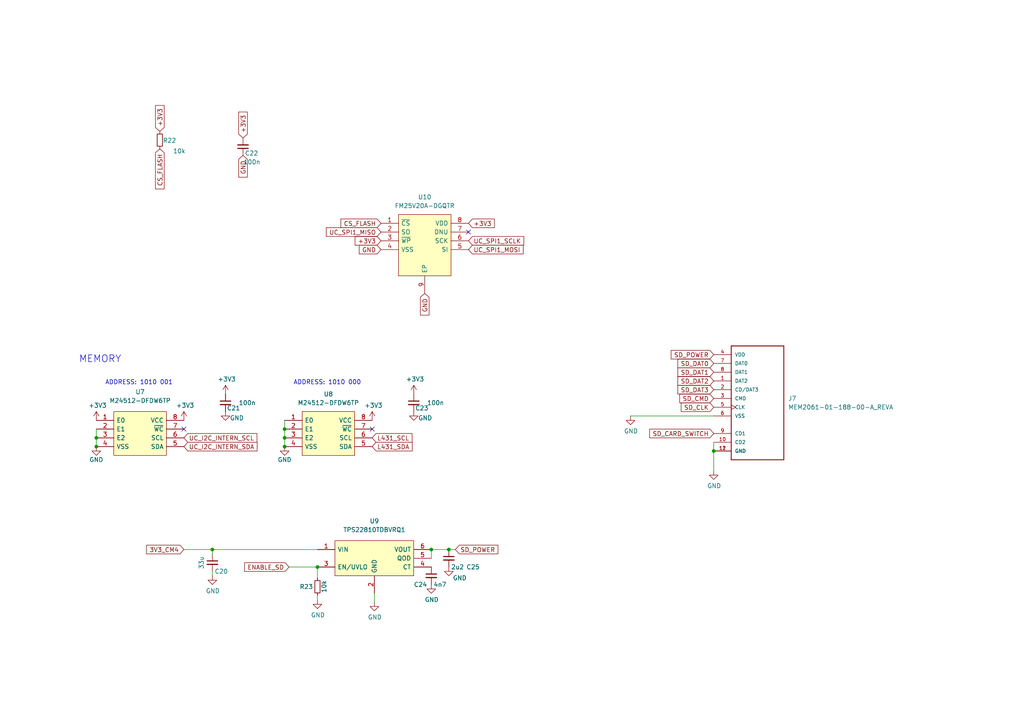
<source format=kicad_sch>
(kicad_sch (version 20231120) (generator "eeschema") (generator_version "8.0")
  (paper "A4")
  (lib_symbols
    (symbol "Device:C_Small" (pin_numbers hide) (pin_names (offset 0.254) hide)
      (property "Reference" "C" (at 0.254 1.778 0))
      (property "Value" "C_Small" (at 0.254 -2.032 0))
      (symbol "C_Small_0_1"
        (polyline (pts (xy -1.524 -0.508) (xy 1.524 -0.508)) (stroke (width 0.3302)))
        (polyline (pts (xy -1.524 0.508) (xy 1.524 0.508)) (stroke (width 0.3048)))
      )
      (symbol "C_Small_1_1"
        (pin passive line (at 0 2.54 270) (length 2.032) (name "~") (number "1"))
        (pin passive line (at 0 -2.54 90) (length 2.032) (name "~") (number "2"))
      )
    )
    (symbol "Device:R_Small" (pin_numbers hide) (pin_names (offset 0.254) hide)
      (property "Reference" "R" (at 0.762 0.508 0))
      (property "Value" "R_Small" (at 0.762 -1.016 0))
      (symbol "R_Small_0_1"
        (rectangle (start -0.762 1.778) (end 0.762 -1.778) (stroke (width 0.2032)))
      )
      (symbol "R_Small_1_1"
        (pin passive line (at 0 2.54 270) (length 0.762) (name "~") (number "1"))
        (pin passive line (at 0 -2.54 90) (length 0.762) (name "~") (number "2"))
      )
    )
    (symbol "M24512-DFDW6TP_1" (pin_names (offset 0.762))
      (property "Reference" "U13" (at 12.7 7.62 0))
      (property "Value" "M24512-DFDW6TP_1" (at 12.7 5.08 0))
      (symbol "M24512-DFDW6TP_1_0_0"
        (pin input line (at 0 0 0) (length 5.08) (name "E0") (number "1"))
        (pin input line (at 0 -2.54 0) (length 5.08) (name "E1") (number "2"))
        (pin input line (at 0 -5.08 0) (length 5.08) (name "E2") (number "3"))
        (pin power_in line (at 0 -7.62 0) (length 5.08) (name "VSS") (number "4"))
        (pin bidirectional line (at 25.4 -7.62 180) (length 5.08) (name "SDA") (number "5"))
        (pin input line (at 25.4 -5.08 180) (length 5.08) (name "SCL") (number "6"))
        (pin input line (at 25.4 -2.54 180) (length 5.08) (name "~{WC}") (number "7"))
        (pin power_in line (at 25.4 0 180) (length 5.08) (name "VCC") (number "8"))
      )
      (symbol "M24512-DFDW6TP_1_0_1"
        (polyline (pts (xy 5.08 2.54) (xy 20.32 2.54) (xy 20.32 -10.16) (xy 5.08 -10.16) (xy 5.08 2.54)) (stroke (width 0.1524)) (fill (type background)))
      )
    )
    (symbol "SamacSys_Parts:FM25V20A-DGQTR" (pin_names (offset 0.762))
      (property "Reference" "U16" (at 12.7 8.255 0))
      (property "Value" "FM25V20A-DGQTR" (at 12.7 5.715 0))
      (symbol "FM25V20A-DGQTR_0_0"
        (pin passive line (at 0 0 0) (length 5.08) (name "~{CS}") (number "1"))
        (pin passive line (at 0 -2.54 0) (length 5.08) (name "SO") (number "2"))
        (pin passive line (at 0 -5.08 0) (length 5.08) (name "~{WP}") (number "3"))
        (pin passive line (at 0 -7.62 0) (length 5.08) (name "VSS") (number "4"))
        (pin passive line (at 25.4 -7.62 180) (length 5.08) (name "SI") (number "5"))
        (pin passive line (at 25.4 -5.08 180) (length 5.08) (name "SCK") (number "6"))
        (pin passive line (at 25.4 -2.54 180) (length 5.08) (name "DNU") (number "7"))
        (pin passive line (at 25.4 0 180) (length 5.08) (name "VDD") (number "8"))
        (pin passive line (at 12.7 -20.32 90) (length 5.08) (name "EP") (number "9"))
      )
      (symbol "FM25V20A-DGQTR_0_1"
        (polyline (pts (xy 5.08 2.54) (xy 20.32 2.54) (xy 20.32 -15.24) (xy 5.08 -15.24) (xy 5.08 2.54)) (stroke (width 0.1524)) (fill (type background)))
      )
    )
    (symbol "SamacSys_Parts:MEM2061-01-188-00-A_REVA" (pin_names (offset 1.016))
      (property "Reference" "J" (at 0 15.2654 0))
      (property "Value" "MEM2061-01-188-00-A_REVA" (at 0 -20.3454 0))
      (symbol "MEM2061-01-188-00-A_REVA_0_0"
        (polyline (pts (xy 0 -17.78) (xy 0 15.24)) (stroke (width 0.254)))
        (polyline (pts (xy 0 15.24) (xy 15.24 15.24)) (stroke (width 0.254)))
        (polyline (pts (xy 15.24 -17.78) (xy 0 -17.78)) (stroke (width 0.254)))
        (polyline (pts (xy 15.24 15.24) (xy 15.24 -17.78)) (stroke (width 0.254)))
        (pin bidirectional line (at -5.08 5.08 0) (length 5.08) (name "DAT2") (number "1"))
        (pin passive line (at -5.08 -12.7 0) (length 5.08) (name "CD2") (number "10"))
        (pin power_in line (at -5.08 -15.24 0) (length 5.08) (name "GND") (number "11"))
        (pin power_in line (at -5.08 -15.24 0) (length 5.08) (name "GND") (number "12"))
        (pin bidirectional line (at -5.08 2.54 0) (length 5.08) (name "CD/DAT3") (number "2"))
        (pin bidirectional line (at -5.08 0 0) (length 5.08) (name "CMD") (number "3"))
        (pin power_in line (at -5.08 12.7 0) (length 5.08) (name "VDD") (number "4"))
        (pin bidirectional clock (at -5.08 -2.54 0) (length 5.08) (name "CLK") (number "5"))
        (pin power_in line (at -5.08 -5.08 0) (length 5.08) (name "VSS") (number "6"))
        (pin bidirectional line (at -5.08 10.16 0) (length 5.08) (name "DAT0") (number "7"))
        (pin bidirectional line (at -5.08 7.62 0) (length 5.08) (name "DAT1") (number "8"))
        (pin passive line (at -5.08 -10.16 0) (length 5.08) (name "CD1") (number "9"))
      )
    )
    (symbol "downloaded_parts:TPS22810TDBVRQ1" (pin_names (offset 0.762))
      (property "Reference" "IC1" (at 16.51 8.255 0))
      (property "Value" "TPS22810TDBVRQ1" (at 16.51 5.715 0))
      (symbol "TPS22810TDBVRQ1_0_0"
        (pin passive line (at 0 0 0) (length 5.08) (name "VIN") (number "1"))
        (pin passive line (at 16.51 -12.7 90) (length 5.08) (name "GND") (number "2"))
        (pin passive line (at 0 -5.08 0) (length 5.08) (name "EN/UVLO") (number "3"))
        (pin passive line (at 33.02 -5.08 180) (length 5.08) (name "CT") (number "4"))
        (pin passive line (at 33.02 -2.54 180) (length 5.08) (name "QOD") (number "5"))
        (pin passive line (at 33.02 0 180) (length 5.08) (name "VOUT") (number "6"))
      )
      (symbol "TPS22810TDBVRQ1_0_1"
        (polyline (pts (xy 5.08 2.54) (xy 27.94 2.54) (xy 27.94 -7.62) (xy 5.08 -7.62) (xy 5.08 2.54)) (stroke (width 0.1524)) (fill (type background)))
      )
    )
    (symbol "power:+3V3" (power) (pin_names (offset 0))
      (property "Value" "+3V3" (at 0 3.556 0))
      (symbol "+3V3_0_1"
        (polyline (pts (xy -0.762 1.27) (xy 0 2.54)))
        (polyline (pts (xy 0 0) (xy 0 2.54)))
        (polyline (pts (xy 0 2.54) (xy 0.762 1.27)))
      )
      (symbol "+3V3_1_1"
        (pin power_in line (at 0 0 90) (length 0) hide (name "+3V3") (number "1"))
      )
    )
    (symbol "power:GND" (power) (pin_names (offset 0))
      (property "Value" "GND" (at 0 -3.81 0))
      (symbol "GND_0_1"
        (polyline (pts (xy 0 0) (xy 0 -1.27) (xy 1.27 -1.27) (xy 0 -2.54) (xy -1.27 -1.27) (xy 0 -1.27)))
      )
      (symbol "GND_1_1"
        (pin power_in line (at 0 0 270) (length 0) hide (name "GND") (number "1"))
      )
    )
  )
  (junction (at 82.55 129.54))
  (junction (at 207.01 130.81))
  (junction (at 82.55 124.46))
  (junction (at 125.095 159.385))
  (junction (at 61.595 159.385))
  (junction (at 82.55 127))
  (junction (at 27.94 129.54))
  (junction (at 92.075 164.465))
  (junction (at 27.94 127))
  (junction (at 130.175 159.385))
  (no_connect (at 53.34 124.46))
  (no_connect (at 107.95 124.46))
  (no_connect (at 135.89 67.31))
  (wire (pts (xy 61.595 165.735) (xy 61.595 167.005)))
  (wire (pts (xy 53.34 159.385) (xy 61.595 159.385)))
  (wire (pts (xy 130.175 159.385) (xy 132.08 159.385)))
  (wire (pts (xy 82.55 121.92) (xy 82.55 124.46)))
  (wire (pts (xy 92.075 167.64) (xy 92.075 164.465)))
  (wire (pts (xy 207.01 128.27) (xy 207.01 130.81)))
  (wire (pts (xy 83.82 164.465) (xy 92.075 164.465)))
  (wire (pts (xy 27.94 127) (xy 27.94 129.54)))
  (wire (pts (xy 207.01 136.525) (xy 207.01 130.81)))
  (wire (pts (xy 125.095 159.385) (xy 125.095 161.925)))
  (wire (pts (xy 82.55 127) (xy 82.55 129.54)))
  (wire (pts (xy 92.075 172.72) (xy 92.075 173.99)))
  (wire (pts (xy 82.55 124.46) (xy 82.55 127)))
  (wire (pts (xy 61.595 160.655) (xy 61.595 159.385)))
  (wire (pts (xy 27.94 124.46) (xy 27.94 127)))
  (wire (pts (xy 182.88 120.65) (xy 207.01 120.65)))
  (wire (pts (xy 61.595 159.385) (xy 92.075 159.385)))
  (wire (pts (xy 125.095 159.385) (xy 130.175 159.385)))
  (wire (pts (xy 108.585 172.085) (xy 108.585 174.625)))
  (text "ADDRESS: 1010 000\n" (at 85.09 111.76 0) (effects (font (size 1.27 1.27)) (justify left bottom)))
  (text "MEMORY" (at 22.86 105.41 0) (effects (font (size 2 2)) (justify left bottom)))
  (text "ADDRESS: 1010 001" (at 30.48 111.76 0) (effects (font (size 1.27 1.27)) (justify left bottom)))
  (global_label "GND" (shape input) (at 110.49 72.39 180) (property "Intersheetrefs" "${INTERSHEET_REFS}" (effects (hide yes))))
  (global_label "SD_CLK" (shape input) (at 207.01 118.11 180) (property "Intersheetrefs" "${INTERSHEET_REFS}" (effects (hide yes))))
  (global_label "GND" (shape input) (at 70.485 45.085 270) (property "Intersheetrefs" "${INTERSHEET_REFS}" (effects (hide yes))))
  (global_label "UC_SPI1_MISO" (shape input) (at 110.49 67.31 180) (property "Intersheetrefs" "${INTERSHEET_REFS}" (effects (hide yes))))
  (global_label "+3V3" (shape input) (at 135.89 64.77 0) (property "Intersheetrefs" "${INTERSHEET_REFS}" (effects (hide yes))))
  (global_label "CS_FLASH" (shape input) (at 110.49 64.77 180) (property "Intersheetrefs" "${INTERSHEET_REFS}" (effects (hide yes))))
  (global_label "UC_SPI1_MOSI" (shape input) (at 135.89 72.39 0) (property "Intersheetrefs" "${INTERSHEET_REFS}" (effects (hide yes))))
  (global_label "SD_POWER" (shape input) (at 132.08 159.385 0) (property "Intersheetrefs" "${INTERSHEET_REFS}" (effects (hide yes))))
  (global_label "SD_CARD_SWITCH" (shape input) (at 207.01 125.73 180) (property "Intersheetrefs" "${INTERSHEET_REFS}" (effects (hide yes))))
  (global_label "+3V3" (shape input) (at 46.355 38.1 90) (property "Intersheetrefs" "${INTERSHEET_REFS}" (effects (hide yes))))
  (global_label "SD_CMD" (shape input) (at 207.01 115.57 180) (property "Intersheetrefs" "${INTERSHEET_REFS}" (effects (hide yes))))
  (global_label "SD_DAT0" (shape input) (at 207.01 105.41 180) (property "Intersheetrefs" "${INTERSHEET_REFS}" (effects (hide yes))))
  (global_label "SD_POWER" (shape input) (at 207.01 102.87 180) (property "Intersheetrefs" "${INTERSHEET_REFS}" (effects (hide yes))))
  (global_label "UC_I2C_INTERN_SDA" (shape input) (at 53.34 129.54 0) (property "Intersheetrefs" "${INTERSHEET_REFS}" (effects (hide yes))))
  (global_label "SD_DAT2" (shape input) (at 207.01 110.49 180) (property "Intersheetrefs" "${INTERSHEET_REFS}" (effects (hide yes))))
  (global_label "UC_I2C_INTERN_SCL" (shape input) (at 53.34 127 0) (property "Intersheetrefs" "${INTERSHEET_REFS}" (effects (hide yes))))
  (global_label "ENABLE_SD" (shape input) (at 83.82 164.465 180) (property "Intersheetrefs" "${INTERSHEET_REFS}" (effects (hide yes))))
  (global_label "L431_SCL" (shape input) (at 107.95 127 0) (property "Intersheetrefs" "${INTERSHEET_REFS}" (effects (hide yes))))
  (global_label "CS_FLASH" (shape input) (at 46.355 43.18 270) (property "Intersheetrefs" "${INTERSHEET_REFS}" (effects (hide yes))))
  (global_label "L431_SDA" (shape input) (at 107.95 129.54 0) (property "Intersheetrefs" "${INTERSHEET_REFS}" (effects (hide yes))))
  (global_label "SD_DAT1" (shape input) (at 207.01 107.95 180) (property "Intersheetrefs" "${INTERSHEET_REFS}" (effects (hide yes))))
  (global_label "SD_DAT3" (shape input) (at 207.01 113.03 180) (property "Intersheetrefs" "${INTERSHEET_REFS}" (effects (hide yes))))
  (global_label "UC_SPI1_SCLK" (shape input) (at 135.89 69.85 0) (property "Intersheetrefs" "${INTERSHEET_REFS}" (effects (hide yes))))
  (global_label "GND" (shape input) (at 123.19 85.09 270) (property "Intersheetrefs" "${INTERSHEET_REFS}" (effects (hide yes))))
  (global_label "+3V3" (shape input) (at 110.49 69.85 180) (property "Intersheetrefs" "${INTERSHEET_REFS}" (effects (hide yes))))
  (global_label "3V3_CM4" (shape input) (at 53.34 159.385 180) (property "Intersheetrefs" "${INTERSHEET_REFS}" (effects (hide yes))))
  (global_label "+3V3" (shape input) (at 70.485 40.005 90) (property "Intersheetrefs" "${INTERSHEET_REFS}" (effects (hide yes))))
  (symbol (lib_name "M24512-DFDW6TP_1") (lib_id "downloaded_parts:M24512-DFDW6TP") (at 27.94 121.92 0) (unit 1)
    (property "Reference" "U7" (at 40.64 113.665 0))
    (property "Value" "M24512-DFDW6TP" (at 40.64 116.205 0))
    (property "Footprint" "downloaded_parts:SOP65P640X120-8N" (effects (hide yes)))
    (property "Datasheet" "https://www.arrow.com/en/products/m24512-dfdw6tp/stmicroelectronics" (effects (hide yes)))
    (property "Description" "EEPROM Serial-I2C 512K-bit 64K x 8 1.8V/2.5V/3.3V/5V 8-Pin TSSOP T/R" (effects (hide yes)))
    (property "Height" "1.2" (effects (hide yes)))
    (property "Mouser Part Number" "511-M24512-DFDW6TP" (effects (hide yes)))
    (property "Mouser Price/Stock" "https://www.mouser.co.uk/ProductDetail/STMicroelectronics/M24512-DFDW6TP?qs=gNDSiZmRJS9C0LA%252B72O%2FCg%3D%3D" (effects (hide yes)))
    (property "Manufacturer_Name" "STMicroelectronics" (effects (hide yes)))
    (property "Manufacturer_Part_Number" "M24512-DFDW6TP" (effects (hide yes)))
  )
  (symbol (lib_id "Device:C_Small") (at 120.015 116.84 0) (unit 1)
    (property "Reference" "C23" (at 120.396 118.3639 0) (effects (justify left)))
    (property "Value" "100n" (at 123.825 116.84 0) (effects (justify left)))
    (property "Footprint" "Capacitor_SMD:C_0603_1608Metric" (effects (hide yes)))
  )
  (symbol (lib_id "power:GND") (at 61.595 167.005 0) (unit 1)
    (property "Reference" "#PWR043" (effects (hide yes)))
    (property "Value" "GND" (at 61.722 171.3992 0))
  )
  (symbol (lib_name "M24512-DFDW6TP_1") (lib_id "downloaded_parts:M24512-DFDW6TP") (at 82.55 121.92 0) (unit 1)
    (property "Reference" "U8" (at 95.25 114.3 0))
    (property "Value" "M24512-DFDW6TP" (at 95.25 116.84 0))
    (property "Footprint" "downloaded_parts:SOP65P640X120-8N" (effects (hide yes)))
    (property "Datasheet" "https://www.arrow.com/en/products/m24512-dfdw6tp/stmicroelectronics" (effects (hide yes)))
    (property "Description" "EEPROM Serial-I2C 512K-bit 64K x 8 1.8V/2.5V/3.3V/5V 8-Pin TSSOP T/R" (effects (hide yes)))
    (property "Height" "1.2" (effects (hide yes)))
    (property "Mouser Part Number" "511-M24512-DFDW6TP" (effects (hide yes)))
    (property "Mouser Price/Stock" "https://www.mouser.co.uk/ProductDetail/STMicroelectronics/M24512-DFDW6TP?qs=gNDSiZmRJS9C0LA%252B72O%2FCg%3D%3D" (effects (hide yes)))
    (property "Manufacturer_Name" "STMicroelectronics" (effects (hide yes)))
    (property "Manufacturer_Part_Number" "M24512-DFDW6TP" (effects (hide yes)))
  )
  (symbol (lib_id "Device:R_Small") (at 92.075 170.18 180) (unit 1)
    (property "Reference" "R23" (at 90.805 170.18 0) (effects (justify left)))
    (property "Value" "10k" (at 93.98 168.275 90) (effects (justify left)))
    (property "Footprint" "Resistor_SMD:R_0603_1608Metric" (effects (hide yes)))
  )
  (symbol (lib_id "power:GND") (at 27.94 129.54 0) (unit 1)
    (property "Reference" "#PWR041" (effects (hide yes)))
    (property "Value" "GND" (at 27.94 133.35 0))
  )
  (symbol (lib_id "power:+3V3") (at 65.405 114.3 0) (unit 1)
    (property "Reference" "#PWR044" (effects (hide yes)))
    (property "Value" "+3V3" (at 65.7733 109.9756 0))
  )
  (symbol (lib_id "Device:C_Small") (at 125.095 167.005 0) (unit 1)
    (property "Reference" "C24" (at 120.015 169.545 0) (effects (justify left)))
    (property "Value" "4n7" (at 125.73 169.545 0) (effects (justify left)))
    (property "Footprint" "Capacitor_SMD:C_0603_1608Metric" (effects (hide yes)))
  )
  (symbol (lib_id "power:GND") (at 125.095 169.545 0) (unit 1)
    (property "Reference" "#PWR052" (effects (hide yes)))
    (property "Value" "GND" (at 125.222 173.9392 0))
  )
  (symbol (lib_id "power:+3V3") (at 107.95 121.92 0) (unit 1)
    (property "Reference" "#PWR048" (effects (hide yes)))
    (property "Value" "+3V3" (at 108.3183 117.5956 0))
  )
  (symbol (lib_id "Device:C_Small") (at 65.405 116.84 0) (unit 1)
    (property "Reference" "C21" (at 65.786 118.3639 0) (effects (justify left)))
    (property "Value" "100n" (at 69.215 116.84 0) (effects (justify left)))
    (property "Footprint" "Capacitor_SMD:C_0603_1608Metric" (effects (hide yes)))
  )
  (symbol (lib_id "power:GND") (at 65.405 119.38 0) (unit 1)
    (property "Reference" "#PWR045" (effects (hide yes)))
    (property "Value" "GND" (at 68.707 121.2342 0))
  )
  (symbol (lib_id "power:+3V3") (at 120.015 114.3 0) (unit 1)
    (property "Reference" "#PWR050" (effects (hide yes)))
    (property "Value" "+3V3" (at 120.3833 109.9756 0))
  )
  (symbol (lib_id "Device:R_Small") (at 46.355 40.64 0) (unit 1)
    (property "Reference" "R22" (at 47.2187 40.7606 0) (effects (justify left)))
    (property "Value" "10k" (at 50.165 43.815 0) (effects (justify left)))
    (property "Footprint" "Resistor_SMD:R_0603_1608Metric" (effects (hide yes)))
  )
  (symbol (lib_id "power:GND") (at 182.88 120.65 0) (unit 1)
    (property "Reference" "#PWR0232" (effects (hide yes)))
    (property "Value" "GND" (at 183.007 125.0442 0))
  )
  (symbol (lib_id "power:GND") (at 82.55 129.54 0) (unit 1)
    (property "Reference" "#PWR046" (effects (hide yes)))
    (property "Value" "GND" (at 82.55 133.35 0))
  )
  (symbol (lib_id "SamacSys_Parts:FM25V20A-DGQTR") (at 110.49 64.77 0) (unit 1)
    (property "Reference" "U10" (at 123.19 57.15 0))
    (property "Value" "FM25V20A-DGQTR" (at 123.19 59.69 0))
    (property "Footprint" "downloaded_parts:SON127P600X500X80-9N" (effects (hide yes)))
    (property "Datasheet" "http://www.cypress.com/file/136076/download" (effects (hide yes)))
    (property "Description" "F-RAM F-RAM Memory Serial" (effects (hide yes)))
    (property "Height" "0.8" (effects (hide yes)))
    (property "Mouser Part Number" "727-FM25V20A-DGQTR" (effects (hide yes)))
    (property "Mouser Price/Stock" "https://www.mouser.co.uk/ProductDetail/Cypress-Semiconductor/FM25V20A-DGQTR?qs=3Bi3m9r5MQaAAGOKvDXXuw%3D%3D" (effects (hide yes)))
    (property "Manufacturer_Name" "Cypress Semiconductor" (effects (hide yes)))
    (property "Manufacturer_Part_Number" "FM25V20A-DGQTR" (effects (hide yes)))
  )
  (symbol (lib_id "downloaded_parts:TPS22810TDBVRQ1") (at 92.075 159.385 0) (unit 1)
    (property "Reference" "U9" (at 108.585 151.13 0))
    (property "Value" "TPS22810TDBVRQ1" (at 108.585 153.67 0))
    (property "Footprint" "downloaded_parts:SOT95P280X145-6N" (effects (hide yes)))
    (property "Datasheet" "http://www.ti.com/lit/gpn/tps22810-q1" (effects (hide yes)))
    (property "Description" "Automotive 18V, 2A, 79m Load Switch With Adjustable Rise Time and Adjustable Quick Output Discharge" (effects (hide yes)))
    (property "Height" "1.45" (effects (hide yes)))
    (property "Mouser Part Number" "595-TPS22810TDBVRQ1" (effects (hide yes)))
    (property "Mouser Price/Stock" "https://www.mouser.co.uk/ProductDetail/Texas-Instruments/TPS22810TDBVRQ1?qs=55YtniHzbhC0pJNCFuxHfA%3D%3D" (effects (hide yes)))
    (property "Manufacturer_Name" "Texas Instruments" (effects (hide yes)))
    (property "Manufacturer_Part_Number" "TPS22810TDBVRQ1" (effects (hide yes)))
  )
  (symbol (lib_id "power:GND") (at 207.01 136.525 0) (unit 1)
    (property "Reference" "#PWR0231" (effects (hide yes)))
    (property "Value" "GND" (at 207.137 140.9192 0))
  )
  (symbol (lib_id "power:GND") (at 108.585 174.625 0) (unit 1)
    (property "Reference" "#PWR049" (effects (hide yes)))
    (property "Value" "GND" (at 108.712 179.0192 0))
  )
  (symbol (lib_id "Device:C_Small") (at 70.485 42.545 180) (unit 1)
    (property "Reference" "C22" (at 74.93 44.45 0) (effects (justify left)))
    (property "Value" "100n" (at 75.565 46.99 0) (effects (justify left)))
    (property "Footprint" "Capacitor_SMD:C_0603_1608Metric" (effects (hide yes)))
  )
  (symbol (lib_id "Device:C_Small") (at 130.175 161.925 0) (unit 1)
    (property "Reference" "C25" (at 135.255 164.465 0) (effects (justify left)))
    (property "Value" "2u2" (at 130.81 164.465 0) (effects (justify left)))
    (property "Footprint" "Capacitor_SMD:C_0805_2012Metric" (effects (hide yes)))
  )
  (symbol (lib_id "power:GND") (at 130.175 164.465 0) (unit 1)
    (property "Reference" "#PWR053" (effects (hide yes)))
    (property "Value" "GND" (at 133.35 167.64 0))
  )
  (symbol (lib_id "power:GND") (at 120.015 119.38 0) (unit 1)
    (property "Reference" "#PWR051" (effects (hide yes)))
    (property "Value" "GND" (at 123.317 121.2342 0))
  )
  (symbol (lib_id "power:GND") (at 92.075 173.99 0) (unit 1)
    (property "Reference" "#PWR047" (effects (hide yes)))
    (property "Value" "GND" (at 92.202 178.3842 0))
  )
  (symbol (lib_id "power:+3V3") (at 27.94 121.92 0) (unit 1)
    (property "Reference" "#PWR040" (effects (hide yes)))
    (property "Value" "+3V3" (at 28.3083 117.5956 0))
  )
  (symbol (lib_id "SamacSys_Parts:MEM2061-01-188-00-A_REVA") (at 212.09 115.57 0) (unit 1)
    (property "Reference" "J7" (at 228.6 115.5699 0) (effects (justify left)))
    (property "Value" "MEM2061-01-188-00-A_REVA" (at 228.6 118.1099 0) (effects (justify left)))
    (property "Footprint" "downloaded_parts:GCT_MEM2061-01-188-00-A_REVA" (effects (hide yes)))
    (property "MANUFACTURER" "GCT" (effects (hide yes)))
  )
  (symbol (lib_id "Device:C_Small") (at 61.595 163.195 0) (unit 1)
    (property "Reference" "C20" (at 62.23 165.735 0) (effects (justify left)))
    (property "Value" "33u" (at 58.42 165.1 90) (effects (justify left)))
    (property "Footprint" "Capacitor_SMD:C_0805_2012Metric" (effects (hide yes)))
  )
  (symbol (lib_id "power:+3V3") (at 53.34 121.92 0) (unit 1)
    (property "Reference" "#PWR042" (effects (hide yes)))
    (property "Value" "+3V3" (at 53.7083 117.5956 0))
  )
)
</source>
